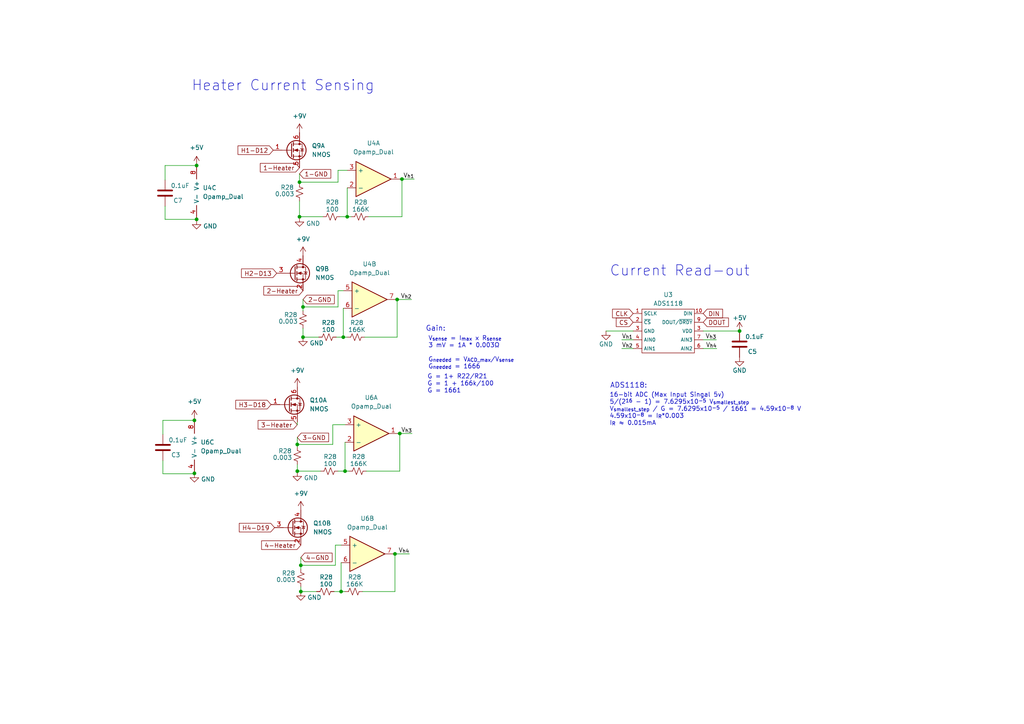
<source format=kicad_sch>
(kicad_sch (version 20230121) (generator eeschema)
  (paper "A4")
  (lib_symbols
    (symbol "Analog_ADC:ADS1118"
      (property "Reference" "U" (at 0 10.16 0))
      (property "Value" "ADS1118" (at 0 7.62 0))
      (symbol "ADS1118_0_1"
        (rectangle (start -7.62 6.35) (end 7.62 -6.35))
      )
      (symbol "ADS1118_1_1"
        (pin input line (at -10.16 5.08 0) (length 2.54) (name "SCLK") (number "1"))
        (pin input line (at 10.16 5.08 180) (length 2.54) (name "DIN") (number "10"))
        (pin input line (at -10.16 2.54 0) (length 2.54) (name "~{CS}") (number "2"))
        (pin input line (at -10.16 0 0) (length 2.54) (name "GND") (number "3"))
        (pin input line (at 10.16 0 180) (length 2.54) (name "VDD") (number "3"))
        (pin input line (at -10.16 -2.54 0) (length 2.54) (name "AIN0") (number "4"))
        (pin input line (at -10.16 -5.08 0) (length 2.54) (name "AIN1") (number "5"))
        (pin input line (at 10.16 -5.08 180) (length 2.54) (name "AIN2") (number "6"))
        (pin input line (at 10.16 -2.54 180) (length 2.54) (name "AIN3") (number "7"))
        (pin input line (at 10.16 2.54 180) (length 2.54) (name "DOUT/~{DRDY}") (number "9"))
      )
    )
    (symbol "Device:C" (pin_numbers hide) (pin_names (offset 0.254))
      (property "Reference" "C" (at 0.635 2.54 0))
      (property "Value" "C" (at 0.635 -2.54 0))
      (symbol "C_0_1"
        (polyline (pts (xy -2.032 -0.762) (xy 2.032 -0.762)) (stroke (width 0.508)))
        (polyline (pts (xy -2.032 0.762) (xy 2.032 0.762)) (stroke (width 0.508)))
      )
      (symbol "C_1_1"
        (pin passive line (at 0 3.81 270) (length 2.794) (name "~") (number "1"))
        (pin passive line (at 0 -3.81 90) (length 2.794) (name "~") (number "2"))
      )
    )
    (symbol "Device:Opamp_Dual"
      (property "Reference" "U" (at 0 5.08 0))
      (property "Value" "Opamp_Dual" (at 0 -5.08 0))
      (symbol "Opamp_Dual_1_1"
        (polyline (pts (xy -5.08 5.08) (xy 5.08 0) (xy -5.08 -5.08) (xy -5.08 5.08)) (stroke (width 0.254)) (fill (type background)))
        (pin output line (at 7.62 0 180) (length 2.54) (name "~") (number "1"))
        (pin input line (at -7.62 -2.54 0) (length 2.54) (name "-") (number "2"))
        (pin input line (at -7.62 2.54 0) (length 2.54) (name "+") (number "3"))
      )
      (symbol "Opamp_Dual_2_1"
        (polyline (pts (xy -5.08 5.08) (xy 5.08 0) (xy -5.08 -5.08) (xy -5.08 5.08)) (stroke (width 0.254)) (fill (type background)))
        (pin input line (at -7.62 2.54 0) (length 2.54) (name "+") (number "5"))
        (pin input line (at -7.62 -2.54 0) (length 2.54) (name "-") (number "6"))
        (pin output line (at 7.62 0 180) (length 2.54) (name "~") (number "7"))
      )
      (symbol "Opamp_Dual_3_1"
        (pin power_in line (at -2.54 -7.62 90) (length 3.81) (name "V-") (number "4"))
        (pin power_in line (at -2.54 7.62 270) (length 3.81) (name "V+") (number "8"))
      )
    )
    (symbol "Device:Q_Dual_NMOS_G1S2G2D2S1D1" (pin_names (offset 0) hide)
      (property "Reference" "Q" (at 6.35 1.27 0))
      (property "Value" "Q_Dual_NMOS_G1S2G2D2S1D1" (at 19.05 -1.27 0))
      (symbol "Q_Dual_NMOS_G1S2G2D2S1D1_0_1"
        (polyline (pts (xy 0.254 0) (xy -2.54 0)))
        (polyline (pts (xy 0.254 1.905) (xy 0.254 -1.905)) (stroke (width 0.254)))
        (polyline (pts (xy 0.762 -1.27) (xy 0.762 -2.286)) (stroke (width 0.254)))
        (polyline (pts (xy 0.762 0.508) (xy 0.762 -0.508)) (stroke (width 0.254)))
        (polyline (pts (xy 0.762 2.286) (xy 0.762 1.27)) (stroke (width 0.254)))
        (polyline (pts (xy 2.54 2.54) (xy 2.54 1.778)))
        (polyline (pts (xy 2.54 -2.54) (xy 2.54 0) (xy 0.762 0)))
        (polyline (pts (xy 0.762 -1.778) (xy 3.302 -1.778) (xy 3.302 1.778) (xy 0.762 1.778)))
        (polyline (pts (xy 1.016 0) (xy 2.032 0.381) (xy 2.032 -0.381) (xy 1.016 0)) (fill (type outline)))
        (polyline (pts (xy 2.794 0.508) (xy 2.921 0.381) (xy 3.683 0.381) (xy 3.81 0.254)))
        (polyline (pts (xy 3.302 0.381) (xy 2.921 -0.254) (xy 3.683 -0.254) (xy 3.302 0.381)))
        (circle (center 1.651 0) (radius 2.794) (stroke (width 0.254)))
        (circle (center 2.54 -1.778) (radius 0.254) (fill (type outline)))
        (circle (center 2.54 1.778) (radius 0.254) (fill (type outline)))
      )
      (symbol "Q_Dual_NMOS_G1S2G2D2S1D1_1_1"
        (pin input line (at -5.08 0 0) (length 2.54) (name "G") (number "1"))
        (pin passive line (at 2.54 -5.08 90) (length 2.54) (name "S") (number "5"))
        (pin passive line (at 2.54 5.08 270) (length 2.54) (name "D") (number "6"))
      )
      (symbol "Q_Dual_NMOS_G1S2G2D2S1D1_2_1"
        (pin passive line (at 2.54 -5.08 90) (length 2.54) (name "S") (number "2"))
        (pin input line (at -5.08 0 0) (length 2.54) (name "G") (number "3"))
        (pin passive line (at 2.54 5.08 270) (length 2.54) (name "D") (number "4"))
      )
    )
    (symbol "Device:R_Small_US" (pin_numbers hide) (pin_names (offset 0.254) hide)
      (property "Reference" "R" (at 0.762 0.508 0))
      (property "Value" "R_Small_US" (at 0.762 -1.016 0))
      (symbol "R_Small_US_1_1"
        (polyline (pts (xy 0 0) (xy 1.016 -0.381) (xy 0 -0.762) (xy -1.016 -1.143) (xy 0 -1.524)))
        (polyline (pts (xy 0 1.524) (xy 1.016 1.143) (xy 0 0.762) (xy -1.016 0.381) (xy 0 0)))
        (pin passive line (at 0 2.54 270) (length 1.016) (name "~") (number "1"))
        (pin passive line (at 0 -2.54 90) (length 1.016) (name "~") (number "2"))
      )
    )
    (symbol "power:+5V" (power) (pin_names (offset 0))
      (property "Value" "+5V" (at 0 3.556 0))
      (symbol "+5V_0_1"
        (polyline (pts (xy -0.762 1.27) (xy 0 2.54)))
        (polyline (pts (xy 0 0) (xy 0 2.54)))
        (polyline (pts (xy 0 2.54) (xy 0.762 1.27)))
      )
      (symbol "+5V_1_1"
        (pin power_in line (at 0 0 90) (length 0) hide (name "+5V") (number "1"))
      )
    )
    (symbol "power:+9V" (power) (pin_names (offset 0))
      (property "Value" "+9V" (at 0 3.556 0))
      (symbol "+9V_0_1"
        (polyline (pts (xy -0.762 1.27) (xy 0 2.54)))
        (polyline (pts (xy 0 0) (xy 0 2.54)))
        (polyline (pts (xy 0 2.54) (xy 0.762 1.27)))
      )
      (symbol "+9V_1_1"
        (pin power_in line (at 0 0 90) (length 0) hide (name "+9V") (number "1"))
      )
    )
    (symbol "power:GND" (power) (pin_names (offset 0))
      (property "Value" "GND" (at 0 -3.81 0))
      (symbol "GND_0_1"
        (polyline (pts (xy 0 0) (xy 0 -1.27) (xy 1.27 -1.27) (xy 0 -2.54) (xy -1.27 -1.27) (xy 0 -1.27)))
      )
      (symbol "GND_1_1"
        (pin power_in line (at 0 0 270) (length 0) hide (name "GND") (number "1"))
      )
    )
  )
  (junction (at 87.884 97.79))
  (junction (at 56.388 121.92))
  (junction (at 98.933 171.577))
  (junction (at 57.023 48.006))
  (junction (at 114.554 160.655))
  (junction (at 100.076 136.652))
  (junction (at 86.868 52.832))
  (junction (at 87.249 163.957))
  (junction (at 56.388 137.287))
  (junction (at 86.868 62.865))
  (junction (at 115.189 86.868))
  (junction (at 57.023 63.627))
  (junction (at 214.503 96.012))
  (junction (at 99.568 97.79))
  (junction (at 115.951 125.73))
  (junction (at 86.233 128.905))
  (junction (at 86.233 136.652))
  (junction (at 87.249 171.577))
  (junction (at 87.884 89.027))
  (junction (at 116.586 51.943))
  (junction (at 100.711 62.865))
  (wire (pts (xy 115.316 125.73) (xy 115.951 125.73)))
  (wire (pts (xy 98.933 158.115) (xy 97.282 158.115)))
  (wire (pts (xy 100.076 123.19) (xy 96.52 123.19)))
  (wire (pts (xy 106.934 62.865) (xy 116.586 62.865)))
  (wire (pts (xy 98.679 62.865) (xy 100.711 62.865)))
  (wire (pts (xy 106.299 136.652) (xy 115.951 136.652)))
  (wire (pts (xy 98.044 136.652) (xy 100.076 136.652)))
  (wire (pts (xy 100.076 136.652) (xy 101.219 136.652)))
  (wire (pts (xy 114.554 171.577) (xy 114.554 160.655)))
  (wire (pts (xy 100.711 62.865) (xy 101.854 62.865)))
  (wire (pts (xy 116.586 51.943) (xy 120.142 51.943)))
  (wire (pts (xy 180.34 98.552) (xy 183.642 98.552)))
  (wire (pts (xy 100.711 49.403) (xy 98.044 49.403)))
  (wire (pts (xy 96.52 128.905) (xy 86.233 128.905)))
  (wire (pts (xy 87.884 95.25) (xy 87.884 97.79)))
  (wire (pts (xy 86.233 136.652) (xy 86.233 134.747)))
  (wire (pts (xy 207.772 98.552) (xy 203.962 98.552)))
  (wire (pts (xy 87.249 170.18) (xy 87.249 171.577)))
  (wire (pts (xy 87.249 163.957) (xy 87.249 165.1)))
  (wire (pts (xy 86.233 122.428) (xy 86.233 123.19)))
  (wire (pts (xy 99.568 89.408) (xy 99.568 97.79)))
  (wire (pts (xy 87.249 171.577) (xy 91.821 171.577)))
  (wire (pts (xy 98.044 49.403) (xy 98.044 52.832)))
  (wire (pts (xy 180.34 101.092) (xy 183.642 101.092)))
  (wire (pts (xy 115.951 125.73) (xy 115.951 136.652)))
  (wire (pts (xy 98.044 52.832) (xy 86.868 52.832)))
  (wire (pts (xy 114.173 160.655) (xy 114.554 160.655)))
  (wire (pts (xy 97.536 97.79) (xy 99.568 97.79)))
  (wire (pts (xy 86.233 128.905) (xy 86.233 129.667)))
  (wire (pts (xy 56.388 121.539) (xy 56.388 121.92)))
  (wire (pts (xy 115.189 97.79) (xy 115.189 86.868)))
  (wire (pts (xy 86.868 62.865) (xy 86.868 58.293)))
  (wire (pts (xy 105.156 171.577) (xy 114.554 171.577)))
  (wire (pts (xy 47.879 63.627) (xy 57.023 63.627)))
  (wire (pts (xy 47.244 133.604) (xy 47.244 137.414)))
  (wire (pts (xy 115.951 51.943) (xy 116.586 51.943)))
  (wire (pts (xy 47.879 59.817) (xy 47.879 63.627)))
  (wire (pts (xy 175.768 96.012) (xy 183.642 96.012)))
  (wire (pts (xy 86.233 136.906) (xy 86.233 136.652)))
  (wire (pts (xy 100.076 128.27) (xy 100.076 136.652)))
  (wire (pts (xy 87.884 97.79) (xy 92.456 97.79)))
  (wire (pts (xy 100.711 54.483) (xy 100.711 62.865)))
  (wire (pts (xy 99.568 97.79) (xy 100.711 97.79)))
  (wire (pts (xy 86.233 126.873) (xy 86.233 128.905)))
  (wire (pts (xy 87.884 89.027) (xy 98.044 89.027)))
  (wire (pts (xy 86.868 50.419) (xy 86.868 52.832)))
  (wire (pts (xy 115.951 125.73) (xy 119.507 125.73)))
  (wire (pts (xy 56.388 137.287) (xy 56.388 137.16)))
  (wire (pts (xy 116.586 51.943) (xy 116.586 62.865)))
  (wire (pts (xy 114.808 86.868) (xy 115.189 86.868)))
  (wire (pts (xy 97.282 158.115) (xy 97.282 163.957)))
  (wire (pts (xy 47.879 48.006) (xy 57.023 48.006)))
  (wire (pts (xy 57.023 47.879) (xy 57.023 48.006)))
  (wire (pts (xy 47.244 125.984) (xy 47.244 121.92)))
  (wire (pts (xy 96.901 171.577) (xy 98.933 171.577)))
  (wire (pts (xy 98.933 171.577) (xy 100.076 171.577)))
  (wire (pts (xy 57.023 63.881) (xy 57.023 63.627)))
  (wire (pts (xy 86.868 63.119) (xy 86.868 62.865)))
  (wire (pts (xy 47.244 137.414) (xy 56.388 137.414)))
  (wire (pts (xy 87.884 89.027) (xy 87.884 90.17)))
  (wire (pts (xy 98.933 163.195) (xy 98.933 171.577)))
  (wire (pts (xy 87.884 86.868) (xy 87.884 89.027)))
  (wire (pts (xy 207.899 101.092) (xy 203.962 101.092)))
  (wire (pts (xy 57.023 48.006) (xy 57.023 48.133)))
  (wire (pts (xy 96.52 123.19) (xy 96.52 128.905)))
  (wire (pts (xy 56.388 137.414) (xy 56.388 137.287)))
  (wire (pts (xy 57.023 63.627) (xy 57.023 63.373)))
  (wire (pts (xy 98.044 89.027) (xy 98.044 84.328)))
  (wire (pts (xy 47.244 121.92) (xy 56.388 121.92)))
  (wire (pts (xy 87.249 161.671) (xy 87.249 163.957)))
  (wire (pts (xy 86.233 136.652) (xy 92.964 136.652)))
  (wire (pts (xy 86.868 62.865) (xy 93.599 62.865)))
  (wire (pts (xy 214.503 96.012) (xy 203.962 96.012)))
  (wire (pts (xy 47.879 52.197) (xy 47.879 48.006)))
  (wire (pts (xy 115.189 86.868) (xy 119.38 86.868)))
  (wire (pts (xy 98.044 84.328) (xy 99.568 84.328)))
  (wire (pts (xy 114.554 160.655) (xy 118.745 160.655)))
  (wire (pts (xy 105.791 97.79) (xy 115.189 97.79)))
  (wire (pts (xy 97.282 163.957) (xy 87.249 163.957)))
  (wire (pts (xy 86.868 52.832) (xy 86.868 53.213)))
  (text "Gain:" (at 123.444 96.266 0) (effects (font (size 1.5 1.5)) (justify left bottom)))
  (text "V_{sense} = I_{max} x R_{sense}\n3 mV = 1A * 0.003Ω\n\nG_{needed} = V_{ACD_max}/V_{sense} \nG_{needed} = 1666\n\n" (at 124.206 109.22 0) (effects (font (size 1.27 1.27)) (justify left bottom)))
  (text "Heater Current Sensing" (at 55.499 26.67 0) (effects (font (size 3 3)) (justify left bottom)))
  (text "G = 1+ R22/R21\nG = 1 + 166k/100\nG = 1661\n\n" (at 123.952 116.205 0) (effects (font (size 1.27 1.27)) (justify left bottom)))
  (text "16-bit ADC (Max Input Singal 5v)\n5/(2^{16} - 1) = 7.6295x10^{-5} V_{smallest_step}\nV_{smallest_step} / G = 7.6295x10^{-5} / 1661 = 4.59x10^{-8} V\n4.59x10^{-8} = I_{R}*0.003\nI_{R} ≈ 0.015mA\n" (at 176.784 123.571 0) (effects (font (size 1.27 1.27)) (justify left bottom)))
  (text "Current Read-out" (at 176.784 80.391 0) (effects (font (size 3 3)) (justify left bottom)))
  (text "ADS1118:" (at 176.911 112.776 0) (effects (font (size 1.5 1.5)) (justify left bottom)))
  (label "V_{h3}" (at 207.772 98.552 180))
  (label "V_{h2}" (at 180.34 101.092 0))
  (label "V_{h1}" (at 180.34 98.552 0))
  (label "V_{h4}" (at 207.899 101.092 180))
  (label "V_{h2}" (at 119.38 86.868 180))
  (label "V_{h4}" (at 118.745 160.655 180))
  (label "V_{h3}" (at 119.507 125.73 180))
  (label "V_{h1}" (at 120.142 51.943 180))
  (global_label "H3-D18" (shape input) (at 78.613 117.348 180) (property "Intersheetrefs" "${INTERSHEET_REFS}" (effects hide)))
  (global_label "H1-D12" (shape input) (at 79.248 43.561 180) (property "Intersheetrefs" "${INTERSHEET_REFS}" (effects hide)))
  (global_label "CLK" (shape input) (at 183.642 90.932 180) (property "Intersheetrefs" "${INTERSHEET_REFS}" (effects hide)))
  (global_label "DIN" (shape input) (at 203.962 90.932 0) (property "Intersheetrefs" "${INTERSHEET_REFS}" (effects hide)))
  (global_label "DOUT" (shape input) (at 203.962 93.472 0) (property "Intersheetrefs" "${INTERSHEET_REFS}" (effects hide)))
  (global_label "3-GND" (shape input) (at 86.233 126.873 0) (property "Intersheetrefs" "${INTERSHEET_REFS}" (effects hide)))
  (global_label "H2-D13" (shape input) (at 80.264 79.248 180) (property "Intersheetrefs" "${INTERSHEET_REFS}" (effects hide)))
  (global_label "2-Heater" (shape input) (at 87.884 84.328 180) (property "Intersheetrefs" "${INTERSHEET_REFS}" (effects hide)))
  (global_label "H4-D19" (shape input) (at 79.629 153.035 180) (property "Intersheetrefs" "${INTERSHEET_REFS}" (effects hide)))
  (global_label "4-GND" (shape input) (at 87.249 161.671 0) (property "Intersheetrefs" "${INTERSHEET_REFS}" (effects hide)))
  (global_label "4-Heater" (shape input) (at 87.249 158.115 180) (property "Intersheetrefs" "${INTERSHEET_REFS}" (effects hide)))
  (global_label "3-Heater" (shape input) (at 86.233 123.19 180) (property "Intersheetrefs" "${INTERSHEET_REFS}" (effects hide)))
  (global_label "1-GND" (shape input) (at 86.868 50.419 0) (property "Intersheetrefs" "${INTERSHEET_REFS}" (effects hide)))
  (global_label "2-GND" (shape input) (at 87.884 86.868 0) (property "Intersheetrefs" "${INTERSHEET_REFS}" (effects hide)))
  (global_label "1-Heater" (shape input) (at 86.868 48.641 180) (property "Intersheetrefs" "${INTERSHEET_REFS}" (effects hide)))
  (global_label "CS" (shape input) (at 183.642 93.472 180) (property "Intersheetrefs" "${INTERSHEET_REFS}" (effects hide)))
  (symbol (lib_id "power:GND") (at 214.503 103.632 0) (unit 1)
    (property "Reference" "#PWR068" (effects hide))
    (property "Value" "GND" (at 214.503 107.442 0))
    (instances (project "control-board_v2" (path "" (reference "#PWR068") (unit 1))) (project "module_pcb_thermal_mockup_v3.5" (path "" (reference "#PWR0122") (unit 1))))
  )
  (symbol (lib_id "Device:Opamp_Dual") (at 108.331 51.943 0) (unit 1)
    (property "Reference" "U4" (at 108.331 41.529 0))
    (property "Value" "Opamp_Dual" (at 108.331 44.069 0))
    (property "Footprint" "Package_SO:SOIC-8_3.9x4.9mm_P1.27mm" (effects hide))
    (property "Datasheet" "https://ww1.microchip.com/downloads/aemDocuments/documents/MSLD/ProductDocuments/DataSheets/MCP6486-Family-Data-Sheet-DS20006679A.pdf" (effects hide))
    (property "PartNum" "MCP6487T-E/SN" (effects hide))
  )
  (symbol (lib_id "Device:C") (at 47.879 56.007 0) (unit 1)
    (property "Reference" "C7" (at 52.959 58.166 0) (effects (justify right)))
    (property "Value" "0.1uF" (at 54.991 53.848 0) (effects (justify right)))
    (property "Footprint" "Capacitor_SMD:C_0805_2012Metric" (effects hide))
    (property "LCSC" "C314282" (effects hide))
    (instances (project "control-board_v2" (path "" (reference "C7") (unit 1))) (project "arduino_uno" (path "" (reference "C14") (unit 1))))
  )
  (symbol (lib_id "power:+5V") (at 214.503 96.012 0) (unit 1)
    (property "Reference" "#PWR041" (effects hide))
    (property "Value" "+5V" (at 214.503 92.202 0))
    (instances (project "control-board_v2" (path "" (reference "#PWR041") (unit 1)) (path "" (reference "#PWR066") (unit 1))) (project "arduino_uno" (path "" (reference "#PWR045") (unit 1))))
  )
  (symbol (lib_id "Device:R_Small_US") (at 103.251 97.79 270) (unit 1)
    (property "Reference" "R28" (at 103.505 93.599 90))
    (property "Value" "166K" (at 103.505 95.631 90))
    (property "Footprint" "Resistor_SMD:R_0603_1608Metric" (effects hide))
    (instances (project "control-board_v2" (path "" (reference "R28") (unit 1)) (path "" (reference "R22") (unit 1))))
  )
  (symbol (lib_id "Device:Opamp_Dual") (at 107.188 86.868 0) (unit 2)
    (property "Reference" "U4" (at 107.188 76.581 0))
    (property "Value" "Opamp_Dual" (at 107.188 79.121 0))
    (property "Footprint" "Package_SO:SOIC-8_3.9x4.9mm_P1.27mm" (effects hide))
    (property "Datasheet" "https://ww1.microchip.com/downloads/aemDocuments/documents/MSLD/ProductDocuments/DataSheets/MCP6486-Family-Data-Sheet-DS20006679A.pdf" (effects hide))
    (property "PartNum" "MCP6487T-E/SN" (effects hide))
  )
  (symbol (lib_id "power:+9V") (at 86.868 38.481 0) (unit 1)
    (property "Reference" "#PWR059" (effects hide))
    (property "Value" "+9V" (at 86.868 33.655 0))
    (instances (project "control-board_v2" (path "" (reference "#PWR059") (unit 1)) (path "" (reference "#PWR050") (unit 1))))
  )
  (symbol (lib_id "power:GND") (at 56.388 137.287 0) (unit 1)
    (property "Reference" "#PWR055" (effects hide))
    (property "Value" "GND" (at 58.293 138.9908 0) (effects (justify left)))
    (instances (project "control-board_v2" (path "" (reference "#PWR055") (unit 1))) (project "module_pcb_thermal_mockup_v3.5" (path "" (reference "#PWR0122") (unit 1))))
  )
  (symbol (lib_id "power:GND") (at 175.768 96.012 0) (unit 1)
    (property "Reference" "#PWR067" (effects hide))
    (property "Value" "GND" (at 175.768 99.822 0))
    (instances (project "control-board_v2" (path "" (reference "#PWR067") (unit 1))) (project "module_pcb_thermal_mockup_v3.5" (path "" (reference "#PWR0122") (unit 1))))
  )
  (symbol (lib_id "Device:C") (at 47.244 129.794 0) (unit 1)
    (property "Reference" "C3" (at 52.324 131.953 0) (effects (justify right)))
    (property "Value" "0.1uF" (at 54.356 127.635 0) (effects (justify right)))
    (property "Footprint" "Capacitor_SMD:C_0805_2012Metric" (effects hide))
    (property "LCSC" "C314282" (effects hide))
    (instances (project "control-board_v2" (path "" (reference "C3") (unit 1))) (project "arduino_uno" (path "" (reference "C14") (unit 1))))
  )
  (symbol (lib_id "power:GND") (at 87.884 97.79 0) (unit 1)
    (property "Reference" "#PWR053" (effects hide))
    (property "Value" "GND" (at 89.789 99.4938 0) (effects (justify left)))
    (instances (project "control-board_v2" (path "" (reference "#PWR053") (unit 1))) (project "module_pcb_thermal_mockup_v3.5" (path "" (reference "#PWR0122") (unit 1))))
  )
  (symbol (lib_id "power:GND") (at 87.249 171.577 0) (unit 1)
    (property "Reference" "#PWR061" (effects hide))
    (property "Value" "GND" (at 89.154 173.2808 0) (effects (justify left)))
    (instances (project "control-board_v2" (path "" (reference "#PWR061") (unit 1))) (project "module_pcb_thermal_mockup_v3.5" (path "" (reference "#PWR0122") (unit 1))))
  )
  (symbol (lib_id "power:+9V") (at 87.249 147.955 0) (unit 1)
    (property "Reference" "#PWR059" (effects hide))
    (property "Value" "+9V" (at 87.249 143.129 0))
    (instances (project "control-board_v2" (path "" (reference "#PWR059") (unit 1)) (path "" (reference "#PWR060") (unit 1))))
  )
  (symbol (lib_id "power:+5V") (at 57.023 47.879 0) (unit 1)
    (property "Reference" "#PWR041" (effects hide))
    (property "Value" "+5V" (at 57.023 42.799 0))
    (instances (project "control-board_v2" (path "" (reference "#PWR041") (unit 1)) (path "" (reference "#PWR079") (unit 1))) (project "arduino_uno" (path "" (reference "#PWR045") (unit 1))))
  )
  (symbol (lib_id "Device:C") (at 214.503 99.822 0) (unit 1)
    (property "Reference" "C5" (at 219.583 101.981 0) (effects (justify right)))
    (property "Value" "0.1uF" (at 221.615 97.663 0) (effects (justify right)))
    (property "Footprint" "Capacitor_SMD:C_0805_2012Metric" (effects hide))
    (property "LCSC" "C314282" (effects hide))
    (instances (project "control-board_v2" (path "" (reference "C5") (unit 1))) (project "arduino_uno" (path "" (reference "C14") (unit 1))))
  )
  (symbol (lib_id "power:GND") (at 86.233 136.906 0) (unit 1)
    (property "Reference" "#PWR059" (effects hide))
    (property "Value" "GND" (at 88.138 138.6098 0) (effects (justify left)))
    (instances (project "control-board_v2" (path "" (reference "#PWR059") (unit 1))) (project "module_pcb_thermal_mockup_v3.5" (path "" (reference "#PWR0122") (unit 1))))
  )
  (symbol (lib_id "Device:R_Small_US") (at 104.394 62.865 270) (unit 1)
    (property "Reference" "R28" (at 104.648 58.674 90))
    (property "Value" "166K" (at 104.648 60.706 90))
    (property "Footprint" "Resistor_SMD:R_0603_1608Metric" (effects hide))
    (instances (project "control-board_v2" (path "" (reference "R28") (unit 1)) (path "" (reference "R20") (unit 1))))
  )
  (symbol (lib_id "Device:Opamp_Dual") (at 107.696 125.73 0) (unit 1)
    (property "Reference" "U6" (at 107.696 115.316 0))
    (property "Value" "Opamp_Dual" (at 107.696 117.856 0))
    (property "Footprint" "Package_SO:SOIC-8_3.9x4.9mm_P1.27mm" (effects hide))
    (property "Datasheet" "https://ww1.microchip.com/downloads/aemDocuments/documents/MSLD/ProductDocuments/DataSheets/MCP6486-Family-Data-Sheet-DS20006679A.pdf" (effects hide))
    (property "PartNum" "MCP6487T-E/SN" (effects hide))
  )
  (symbol (lib_id "Device:R_Small_US") (at 95.504 136.652 270) (unit 1)
    (property "Reference" "R28" (at 95.758 132.461 90))
    (property "Value" "100" (at 95.758 134.493 90))
    (property "Footprint" "Resistor_SMD:R_0805_2012Metric" (effects hide))
    (instances (project "control-board_v2" (path "" (reference "R28") (unit 1)) (path "" (reference "R26") (unit 1))))
  )
  (symbol (lib_id "Device:R_Small_US") (at 103.759 136.652 270) (unit 1)
    (property "Reference" "R28" (at 104.013 132.461 90))
    (property "Value" "166K" (at 104.013 134.493 90))
    (property "Footprint" "Resistor_SMD:R_0603_1608Metric" (effects hide))
  )
  (symbol (lib_id "power:+5V") (at 56.388 121.539 0) (unit 1)
    (property "Reference" "#PWR041" (effects hide))
    (property "Value" "+5V" (at 56.388 116.459 0))
    (instances (project "control-board_v2" (path "" (reference "#PWR041") (unit 1)) (path "" (reference "#PWR054") (unit 1))) (project "arduino_uno" (path "" (reference "#PWR045") (unit 1))))
  )
  (symbol (lib_id "Device:Q_Dual_NMOS_G1S2G2D2S1D1") (at 85.344 79.248 0) (unit 2)
    (property "Reference" "Q9" (at 91.44 77.978 0) (effects (justify left)))
    (property "Value" "NMOS" (at 91.44 80.518 0) (effects (justify left)))
    (property "Footprint" "Package_TO_SOT_SMD:SOT-23-6" (effects hide))
    (property "Datasheet" "https://www.diodes.com/assets/Datasheets/DMN3135LVT.pdf" (effects hide))
    (property "PartNum" "DMN3135LVT-7" (effects hide))
  )
  (symbol (lib_id "Device:Opamp_Dual") (at 58.928 129.54 0) (unit 3)
    (property "Reference" "U6" (at 58.166 128.27 0) (effects (justify left)))
    (property "Value" "Opamp_Dual" (at 58.166 130.81 0) (effects (justify left)))
    (property "Footprint" "Package_SO:SOIC-8_3.9x4.9mm_P1.27mm" (effects hide))
    (property "Datasheet" "https://ww1.microchip.com/downloads/aemDocuments/documents/MSLD/ProductDocuments/DataSheets/MCP6486-Family-Data-Sheet-DS20006679A.pdf" (effects hide))
    (property "PartNum" "MCP6487T-E/SN" (effects hide))
  )
  (symbol (lib_id "power:GND") (at 57.023 63.881 0) (unit 1)
    (property "Reference" "#PWR080" (effects hide))
    (property "Value" "GND" (at 58.928 65.5848 0) (effects (justify left)))
    (instances (project "control-board_v2" (path "" (reference "#PWR080") (unit 1))) (project "module_pcb_thermal_mockup_v3.5" (path "" (reference "#PWR0122") (unit 1))))
  )
  (symbol (lib_id "Device:R_Small_US") (at 94.361 171.577 270) (unit 1)
    (property "Reference" "R28" (at 94.615 167.386 90))
    (property "Value" "100" (at 94.615 169.418 90))
    (property "Footprint" "Resistor_SMD:R_0805_2012Metric" (effects hide))
    (instances (project "control-board_v2" (path "" (reference "R28") (unit 1)) (path "" (reference "R25") (unit 1))))
  )
  (symbol (lib_id "Device:Opamp_Dual") (at 59.563 55.753 0) (unit 3)
    (property "Reference" "U4" (at 58.801 54.483 0) (effects (justify left)))
    (property "Value" "Opamp_Dual" (at 58.801 57.023 0) (effects (justify left)))
    (property "Footprint" "Package_SO:SOIC-8_3.9x4.9mm_P1.27mm" (effects hide))
    (property "Datasheet" "https://ww1.microchip.com/downloads/aemDocuments/documents/MSLD/ProductDocuments/DataSheets/MCP6486-Family-Data-Sheet-DS20006679A.pdf" (effects hide))
    (property "PartNum" "MCP6487T-E/SN" (effects hide))
  )
  (symbol (lib_id "Device:Q_Dual_NMOS_G1S2G2D2S1D1") (at 84.328 43.561 0) (unit 1)
    (property "Reference" "Q9" (at 90.424 42.291 0) (effects (justify left)))
    (property "Value" "NMOS" (at 90.424 44.831 0) (effects (justify left)))
    (property "Footprint" "Package_TO_SOT_SMD:SOT-23-6" (effects hide))
    (property "Datasheet" "https://www.diodes.com/assets/Datasheets/DMN3135LVT.pdf" (effects hide))
    (property "PartNum" "DMN3135LVT-7" (effects hide))
  )
  (symbol (lib_id "Device:R_Small_US") (at 87.249 167.64 180) (unit 1)
    (property "Reference" "R28" (at 83.693 166.243 0))
    (property "Value" "0.003" (at 82.931 168.148 0))
    (property "Footprint" "Resistor_SMD:R_2512_6332Metric" (effects hide))
    (property "PartNum" "CSS2H-2512K-3L00F" (effects hide))
    (instances (project "control-board_v2" (path "" (reference "R28") (unit 1)) (path "" (reference "R24") (unit 1))))
  )
  (symbol (lib_id "Device:R_Small_US") (at 94.996 97.79 270) (unit 1)
    (property "Reference" "R28" (at 95.25 93.599 90))
    (property "Value" "100" (at 95.25 95.631 90))
    (property "Footprint" "Resistor_SMD:R_0805_2012Metric" (effects hide))
    (instances (project "control-board_v2" (path "" (reference "R28") (unit 1)) (path "" (reference "R21") (unit 1))))
  )
  (symbol (lib_id "Device:R_Small_US") (at 86.868 55.753 180) (unit 1)
    (property "Reference" "R28" (at 83.312 54.356 0))
    (property "Value" "0.003" (at 82.55 56.261 0))
    (property "Footprint" "Resistor_SMD:R_2512_6332Metric" (effects hide))
    (property "PartNum" "CSS2H-2512K-3L00F" (effects hide))
    (instances (project "control-board_v2" (path "" (reference "R28") (unit 1)) (path "" (reference "R42") (unit 1))))
  )
  (symbol (lib_id "power:GND") (at 86.868 63.119 0) (unit 1)
    (property "Reference" "#PWR051" (effects hide))
    (property "Value" "GND" (at 88.773 64.8228 0) (effects (justify left)))
    (instances (project "control-board_v2" (path "" (reference "#PWR051") (unit 1))) (project "module_pcb_thermal_mockup_v3.5" (path "" (reference "#PWR0122") (unit 1))))
  )
  (symbol (lib_id "Device:R_Small_US") (at 86.233 132.207 180) (unit 1)
    (property "Reference" "R28" (at 82.677 130.81 0))
    (property "Value" "0.003" (at 81.915 132.715 0))
    (property "Footprint" "Resistor_SMD:R_2512_6332Metric" (effects hide))
    (property "PartNum" "CSS2H-2512K-3L00F" (effects hide))
    (instances (project "control-board_v2" (path "" (reference "R28") (unit 1)) (path "" (reference "R23") (unit 1))))
  )
  (symbol (lib_id "Device:Opamp_Dual") (at 106.553 160.655 0) (unit 2)
    (property "Reference" "U6" (at 106.553 150.368 0))
    (property "Value" "Opamp_Dual" (at 106.553 152.908 0))
    (property "Footprint" "Package_SO:SOIC-8_3.9x4.9mm_P1.27mm" (effects hide))
    (property "Datasheet" "https://ww1.microchip.com/downloads/aemDocuments/documents/MSLD/ProductDocuments/DataSheets/MCP6486-Family-Data-Sheet-DS20006679A.pdf" (effects hide))
    (property "PartNum" "MCP6487T-E/SN" (effects hide))
  )
  (symbol (lib_id "power:+9V") (at 86.233 112.268 0) (unit 1)
    (property "Reference" "#PWR059" (effects hide))
    (property "Value" "+9V" (at 86.233 107.442 0))
    (instances (project "control-board_v2" (path "" (reference "#PWR059") (unit 1)) (path "" (reference "#PWR058") (unit 1))))
  )
  (symbol (lib_id "Device:R_Small_US") (at 87.884 92.71 180) (unit 1)
    (property "Reference" "R28" (at 84.328 91.313 0))
    (property "Value" "0.003" (at 83.566 93.218 0))
    (property "Footprint" "Resistor_SMD:R_2512_6332Metric" (effects hide))
    (property "PartNum" "CSS2H-2512K-3L00F" (effects hide))
    (instances (project "control-board_v2" (path "" (reference "R28") (unit 1)) (path "" (reference "R47") (unit 1))))
  )
  (symbol (lib_id "Device:Q_Dual_NMOS_G1S2G2D2S1D1") (at 84.709 153.035 0) (unit 2)
    (property "Reference" "Q10" (at 90.805 151.765 0) (effects (justify left)))
    (property "Value" "NMOS" (at 90.805 154.305 0) (effects (justify left)))
    (property "Footprint" "Package_TO_SOT_SMD:SOT-23-6" (effects hide))
    (property "Datasheet" "https://www.diodes.com/assets/Datasheets/DMN3135LVT.pdf" (effects hide))
    (property "PartNum" "DMN3135LVT-7" (effects hide))
  )
  (symbol (lib_id "power:+9V") (at 87.884 74.168 0) (unit 1)
    (property "Reference" "#PWR059" (effects hide))
    (property "Value" "+9V" (at 87.884 69.342 0))
    (instances (project "control-board_v2" (path "" (reference "#PWR059") (unit 1)) (path "" (reference "#PWR052") (unit 1))))
  )
  (symbol (lib_id "Device:R_Small_US") (at 96.139 62.865 270) (unit 1)
    (property "Reference" "R28" (at 96.393 58.674 90))
    (property "Value" "100" (at 96.393 60.706 90))
    (property "Footprint" "Resistor_SMD:R_0805_2012Metric" (effects hide))
    (instances (project "control-board_v2" (path "" (reference "R28") (unit 1)) (path "" (reference "R19") (unit 1))))
  )
  (symbol (lib_id "Device:R_Small_US") (at 102.616 171.577 270) (unit 1)
    (property "Reference" "R28" (at 102.87 167.386 90))
    (property "Value" "166K" (at 102.87 169.418 90))
    (property "Footprint" "Resistor_SMD:R_0603_1608Metric" (effects hide))
    (instances (project "control-board_v2" (path "" (reference "R28") (unit 1)) (path "" (reference "R27") (unit 1))))
  )
  (symbol (lib_id "Analog_ADC:ADS1118") (at 193.802 96.012 0) (unit 1)
    (property "Reference" "U3" (at 193.802 85.471 0))
    (property "Value" "ADS1118" (at 193.802 88.011 0))
    (property "Footprint" "Package_SO:VSSOP-10_3x3mm_P0.5mm" (effects hide))
    (property "Datasheet" "https://www.ti.com/lit/ds/symlink/ads1118.pdf?HQS=dis-dk-null-digikeymode-dsf-pf-null-wwe&ts=1716202416720&ref_url=https%253A%252F%252Fwww.ti.com%252Fgeneral%252Fdocs%252Fsuppproductinfo.tsp%253FdistId%253D10%2526gotoUrl%253Dhttps%253A%252F%252Fwww.ti.com%252Flit%252Fgpn%252Fads1118" (effects hide))
    (property "PartNum" "ADS1118IDGSR" (effects hide))
  )
  (symbol (lib_id "Device:Q_Dual_NMOS_G1S2G2D2S1D1") (at 83.693 117.348 0) (unit 1)
    (property "Reference" "Q10" (at 89.789 116.078 0) (effects (justify left)))
    (property "Value" "NMOS" (at 89.789 118.618 0) (effects (justify left)))
    (property "Footprint" "Package_TO_SOT_SMD:SOT-23-6" (effects hide))
    (property "Datasheet" "https://www.diodes.com/assets/Datasheets/DMN3135LVT.pdf" (effects hide))
    (property "PartNum" "DMN3135LVT-7" (effects hide))
  )
)
</source>
